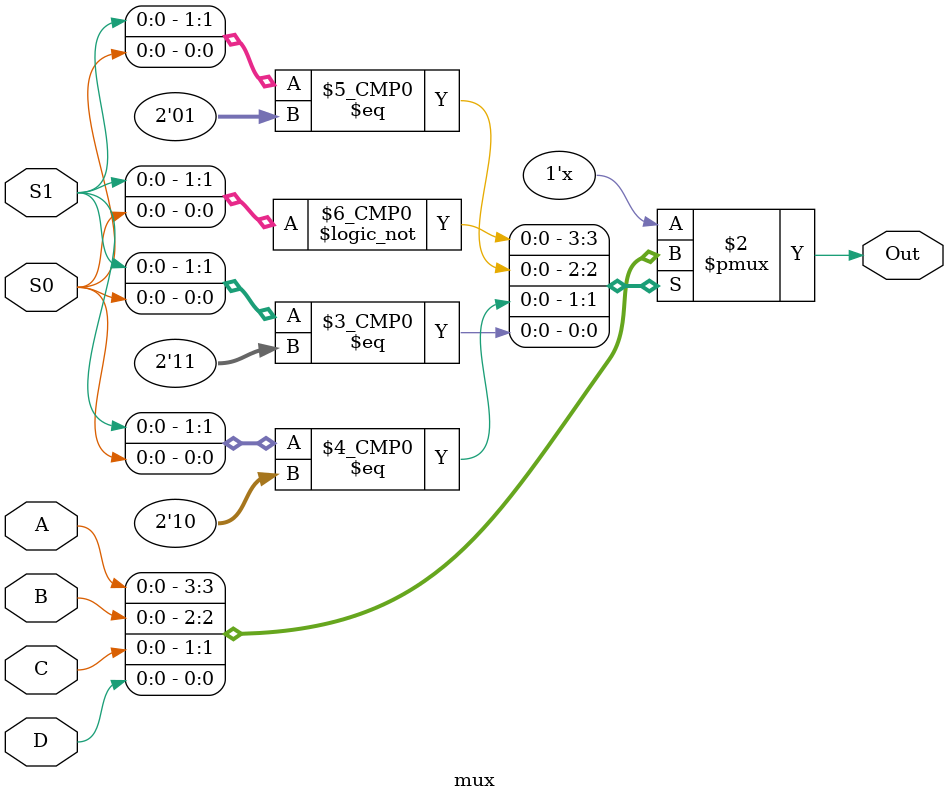
<source format=v>
`timescale 1ns / 1ps


module mux(
    input A,
    input B,
    input C,
    input D,
    input S1,
    input S0,
    output reg Out
    );
    always@(A,B,C,D,S1,S0)
    begin
    case({S1,S0})
    2'b00: Out =A;
    2'b01: Out=B;
    2'b10: Out=C;
    2'b11: Out=D;
    endcase
    end
endmodule

</source>
